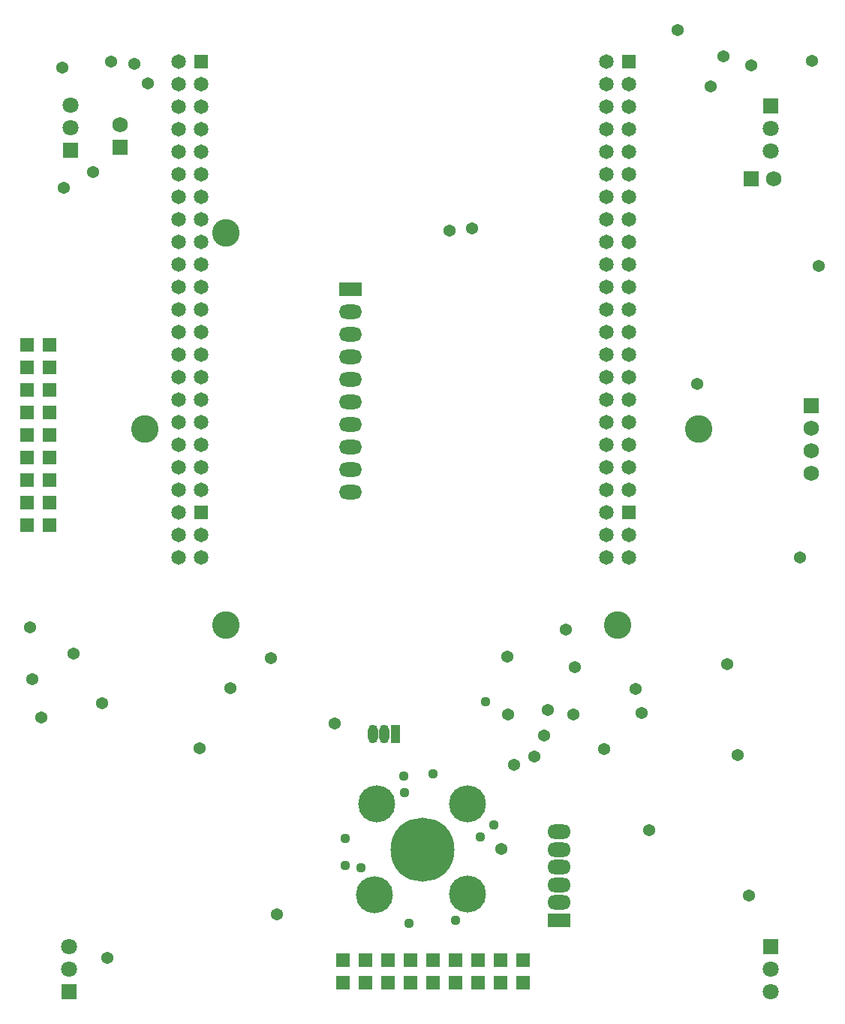
<source format=gbs>
%FSLAX25Y25*%
%MOIN*%
G70*
G01*
G75*
G04 Layer_Color=16711935*
%ADD10R,0.03740X0.03937*%
%ADD11P,0.04454X4X90.0*%
G04:AMPARAMS|DCode=12|XSize=37.4mil|YSize=39.37mil|CornerRadius=0mil|HoleSize=0mil|Usage=FLASHONLY|Rotation=315.000|XOffset=0mil|YOffset=0mil|HoleType=Round|Shape=Rectangle|*
%AMROTATEDRECTD12*
4,1,4,-0.02714,-0.00070,0.00070,0.02714,0.02714,0.00070,-0.00070,-0.02714,-0.02714,-0.00070,0.0*
%
%ADD12ROTATEDRECTD12*%

%ADD13R,0.04200X0.02500*%
G04:AMPARAMS|DCode=14|XSize=106.3mil|YSize=62.99mil|CornerRadius=0mil|HoleSize=0mil|Usage=FLASHONLY|Rotation=225.000|XOffset=0mil|YOffset=0mil|HoleType=Round|Shape=Rectangle|*
%AMROTATEDRECTD14*
4,1,4,0.01531,0.05985,0.05985,0.01531,-0.01531,-0.05985,-0.05985,-0.01531,0.01531,0.05985,0.0*
%
%ADD14ROTATEDRECTD14*%

G04:AMPARAMS|DCode=15|XSize=106.3mil|YSize=62.99mil|CornerRadius=0mil|HoleSize=0mil|Usage=FLASHONLY|Rotation=315.000|XOffset=0mil|YOffset=0mil|HoleType=Round|Shape=Rectangle|*
%AMROTATEDRECTD15*
4,1,4,-0.05985,0.01531,-0.01531,0.05985,0.05985,-0.01531,0.01531,-0.05985,-0.05985,0.01531,0.0*
%
%ADD15ROTATEDRECTD15*%

G04:AMPARAMS|DCode=16|XSize=15.75mil|YSize=33.47mil|CornerRadius=0mil|HoleSize=0mil|Usage=FLASHONLY|Rotation=135.000|XOffset=0mil|YOffset=0mil|HoleType=Round|Shape=Rectangle|*
%AMROTATEDRECTD16*
4,1,4,0.01740,0.00626,-0.00626,-0.01740,-0.01740,-0.00626,0.00626,0.01740,0.01740,0.00626,0.0*
%
%ADD16ROTATEDRECTD16*%

G04:AMPARAMS|DCode=17|XSize=15.75mil|YSize=33.47mil|CornerRadius=0mil|HoleSize=0mil|Usage=FLASHONLY|Rotation=225.000|XOffset=0mil|YOffset=0mil|HoleType=Round|Shape=Rectangle|*
%AMROTATEDRECTD17*
4,1,4,-0.00626,0.01740,0.01740,-0.00626,0.00626,-0.01740,-0.01740,0.00626,-0.00626,0.01740,0.0*
%
%ADD17ROTATEDRECTD17*%

%ADD18R,0.04331X0.02559*%
%ADD19R,0.03150X0.03150*%
%ADD20O,0.03937X0.09843*%
%ADD21O,0.09843X0.03937*%
%ADD22R,0.03937X0.09843*%
%ADD23R,0.03150X0.03150*%
%ADD24R,0.03937X0.03740*%
%ADD25R,0.03602X0.04803*%
%ADD26R,0.15000X0.11000*%
%ADD27R,0.01024X0.00630*%
%ADD28R,0.01024X0.02008*%
%ADD29C,0.02500*%
%ADD30C,0.01500*%
%ADD31C,0.02000*%
%ADD32C,0.07500*%
%ADD33C,0.04000*%
%ADD34C,0.03000*%
%ADD35C,0.05000*%
%ADD36C,0.01000*%
%ADD37C,0.10000*%
%ADD38C,0.11800*%
%ADD39R,0.06496X0.06496*%
%ADD40C,0.06496*%
%ADD41O,0.10000X0.06000*%
%ADD42R,0.10000X0.06000*%
%ADD43R,0.06693X0.06693*%
%ADD44C,0.06693*%
%ADD45R,0.06496X0.06496*%
%ADD46C,0.28000*%
%ADD47R,0.04000X0.07874*%
%ADD48O,0.04000X0.07874*%
%ADD49O,0.03937X0.07874*%
%ADD50O,0.09843X0.06000*%
%ADD51R,0.09843X0.06000*%
%ADD52C,0.16000*%
%ADD53R,0.06000X0.06000*%
%ADD54R,0.06000X0.06000*%
%ADD55C,0.04000*%
%ADD56C,0.05000*%
%ADD57C,0.11000*%
%ADD58C,0.08000*%
G04:AMPARAMS|DCode=59|XSize=100mil|YSize=100mil|CornerRadius=0mil|HoleSize=0mil|Usage=FLASHONLY|Rotation=0.000|XOffset=0mil|YOffset=0mil|HoleType=Round|Shape=Relief|Width=10mil|Gap=10mil|Entries=4|*
%AMTHD59*
7,0,0,0.10000,0.08000,0.01000,45*
%
%ADD59THD59*%
%ADD60C,0.07803*%
G04:AMPARAMS|DCode=61|XSize=98.031mil|YSize=98.031mil|CornerRadius=0mil|HoleSize=0mil|Usage=FLASHONLY|Rotation=0.000|XOffset=0mil|YOffset=0mil|HoleType=Round|Shape=Relief|Width=10mil|Gap=10mil|Entries=4|*
%AMTHD61*
7,0,0,0.09803,0.07803,0.01000,45*
%
%ADD61THD61*%
%ADD62C,0.08567*%
G04:AMPARAMS|DCode=63|XSize=105.669mil|YSize=105.669mil|CornerRadius=0mil|HoleSize=0mil|Usage=FLASHONLY|Rotation=0.000|XOffset=0mil|YOffset=0mil|HoleType=Round|Shape=Relief|Width=10mil|Gap=10mil|Entries=4|*
%AMTHD63*
7,0,0,0.10567,0.08567,0.01000,45*
%
%ADD63THD63*%
%ADD64C,0.07937*%
%ADD65C,0.09080*%
G04:AMPARAMS|DCode=66|XSize=85mil|YSize=85mil|CornerRadius=0mil|HoleSize=0mil|Usage=FLASHONLY|Rotation=0.000|XOffset=0mil|YOffset=0mil|HoleType=Round|Shape=Relief|Width=10mil|Gap=10mil|Entries=4|*
%AMTHD66*
7,0,0,0.08500,0.06500,0.01000,45*
%
%ADD66THD66*%
%ADD67C,0.06500*%
%ADD68C,0.07800*%
G04:AMPARAMS|DCode=69|XSize=98mil|YSize=98mil|CornerRadius=0mil|HoleSize=0mil|Usage=FLASHONLY|Rotation=0.000|XOffset=0mil|YOffset=0mil|HoleType=Round|Shape=Relief|Width=10mil|Gap=10mil|Entries=4|*
%AMTHD69*
7,0,0,0.09800,0.07800,0.01000,45*
%
%ADD69THD69*%
G04:AMPARAMS|DCode=70|XSize=99.37mil|YSize=99.37mil|CornerRadius=0mil|HoleSize=0mil|Usage=FLASHONLY|Rotation=0.000|XOffset=0mil|YOffset=0mil|HoleType=Round|Shape=Relief|Width=10mil|Gap=10mil|Entries=4|*
%AMTHD70*
7,0,0,0.09937,0.07937,0.01000,45*
%
%ADD70THD70*%
%ADD71C,0.05500*%
G04:AMPARAMS|DCode=72|XSize=75mil|YSize=75mil|CornerRadius=0mil|HoleSize=0mil|Usage=FLASHONLY|Rotation=0.000|XOffset=0mil|YOffset=0mil|HoleType=Round|Shape=Relief|Width=10mil|Gap=10mil|Entries=4|*
%AMTHD72*
7,0,0,0.07500,0.05500,0.01000,45*
%
%ADD72THD72*%
%ADD73C,0.06800*%
G04:AMPARAMS|DCode=74|XSize=88mil|YSize=88mil|CornerRadius=0mil|HoleSize=0mil|Usage=FLASHONLY|Rotation=0.000|XOffset=0mil|YOffset=0mil|HoleType=Round|Shape=Relief|Width=10mil|Gap=10mil|Entries=4|*
%AMTHD74*
7,0,0,0.08800,0.06800,0.01000,45*
%
%ADD74THD74*%
%ADD75C,0.00984*%
%ADD76C,0.01181*%
%ADD77C,0.00787*%
%ADD78C,0.00700*%
%ADD79C,0.00800*%
G04:AMPARAMS|DCode=80|XSize=19.69mil|YSize=62.99mil|CornerRadius=0mil|HoleSize=0mil|Usage=FLASHONLY|Rotation=45.000|XOffset=0mil|YOffset=0mil|HoleType=Round|Shape=Rectangle|*
%AMROTATEDRECTD80*
4,1,4,0.01531,-0.02923,-0.02923,0.01531,-0.01531,0.02923,0.02923,-0.01531,0.01531,-0.02923,0.0*
%
%ADD80ROTATEDRECTD80*%

%ADD81R,0.01000X0.11000*%
%ADD82R,0.10350X0.01000*%
%ADD83R,0.03000X0.01500*%
%ADD84R,0.01500X0.03000*%
%ADD85R,0.01968X0.06299*%
%ADD86R,0.06299X0.01969*%
%ADD87R,0.02000X0.09200*%
%ADD88R,0.24700X0.02000*%
%ADD89R,0.01969X0.06299*%
%ADD90R,0.06299X0.01968*%
%ADD91R,0.04140X0.04337*%
%ADD92P,0.05020X4X90.0*%
G04:AMPARAMS|DCode=93|XSize=41.4mil|YSize=43.37mil|CornerRadius=0mil|HoleSize=0mil|Usage=FLASHONLY|Rotation=315.000|XOffset=0mil|YOffset=0mil|HoleType=Round|Shape=Rectangle|*
%AMROTATEDRECTD93*
4,1,4,-0.02997,-0.00070,0.00070,0.02997,0.02997,0.00070,-0.00070,-0.02997,-0.02997,-0.00070,0.0*
%
%ADD93ROTATEDRECTD93*%

%ADD94R,0.04600X0.02900*%
G04:AMPARAMS|DCode=95|XSize=110.3mil|YSize=66.99mil|CornerRadius=0mil|HoleSize=0mil|Usage=FLASHONLY|Rotation=225.000|XOffset=0mil|YOffset=0mil|HoleType=Round|Shape=Rectangle|*
%AMROTATEDRECTD95*
4,1,4,0.01531,0.06268,0.06268,0.01531,-0.01531,-0.06268,-0.06268,-0.01531,0.01531,0.06268,0.0*
%
%ADD95ROTATEDRECTD95*%

G04:AMPARAMS|DCode=96|XSize=110.3mil|YSize=66.99mil|CornerRadius=0mil|HoleSize=0mil|Usage=FLASHONLY|Rotation=315.000|XOffset=0mil|YOffset=0mil|HoleType=Round|Shape=Rectangle|*
%AMROTATEDRECTD96*
4,1,4,-0.06268,0.01531,-0.01531,0.06268,0.06268,-0.01531,0.01531,-0.06268,-0.06268,0.01531,0.0*
%
%ADD96ROTATEDRECTD96*%

G04:AMPARAMS|DCode=97|XSize=19.75mil|YSize=37.47mil|CornerRadius=0mil|HoleSize=0mil|Usage=FLASHONLY|Rotation=135.000|XOffset=0mil|YOffset=0mil|HoleType=Round|Shape=Rectangle|*
%AMROTATEDRECTD97*
4,1,4,0.02023,0.00626,-0.00626,-0.02023,-0.02023,-0.00626,0.00626,0.02023,0.02023,0.00626,0.0*
%
%ADD97ROTATEDRECTD97*%

G04:AMPARAMS|DCode=98|XSize=19.75mil|YSize=37.47mil|CornerRadius=0mil|HoleSize=0mil|Usage=FLASHONLY|Rotation=225.000|XOffset=0mil|YOffset=0mil|HoleType=Round|Shape=Rectangle|*
%AMROTATEDRECTD98*
4,1,4,-0.00626,0.02023,0.02023,-0.00626,0.00626,-0.02023,-0.02023,0.00626,-0.00626,0.02023,0.0*
%
%ADD98ROTATEDRECTD98*%

%ADD99R,0.04731X0.02959*%
%ADD100R,0.03550X0.03550*%
%ADD101O,0.04337X0.10243*%
%ADD102O,0.10243X0.04337*%
%ADD103R,0.04337X0.10243*%
%ADD104R,0.03550X0.03550*%
%ADD105R,0.04337X0.04140*%
%ADD106R,0.04002X0.05203*%
%ADD107R,0.15400X0.11400*%
%ADD108R,0.01424X0.01030*%
%ADD109R,0.01424X0.02408*%
%ADD110C,0.12200*%
%ADD111O,0.10400X0.06400*%
%ADD112R,0.10400X0.06400*%
%ADD113R,0.07093X0.07093*%
%ADD114C,0.07093*%
%ADD115R,0.06896X0.06896*%
%ADD116C,0.06896*%
%ADD117R,0.06896X0.06896*%
%ADD118C,0.28400*%
%ADD119R,0.04400X0.08274*%
%ADD120O,0.04400X0.08274*%
%ADD121O,0.04337X0.08274*%
%ADD122O,0.10243X0.06400*%
%ADD123R,0.10243X0.06400*%
%ADD124C,0.16400*%
%ADD125R,0.06400X0.06400*%
%ADD126R,0.06400X0.06400*%
%ADD127C,0.04400*%
%ADD128C,0.05400*%
D39*
X280000Y-225000D02*
D03*
Y-25000D02*
D03*
X90000Y-225000D02*
D03*
Y-25000D02*
D03*
D40*
X270000Y-225000D02*
D03*
X280000Y-235000D02*
D03*
X270000D02*
D03*
X280000Y-245000D02*
D03*
X270000D02*
D03*
Y-215000D02*
D03*
X280000D02*
D03*
X270000Y-205000D02*
D03*
X280000D02*
D03*
X270000Y-195000D02*
D03*
X280000D02*
D03*
X270000Y-185000D02*
D03*
X280000D02*
D03*
X270000Y-175000D02*
D03*
X280000D02*
D03*
X270000Y-165000D02*
D03*
X280000D02*
D03*
X270000Y-155000D02*
D03*
X280000D02*
D03*
X270000Y-145000D02*
D03*
X280000D02*
D03*
X270000Y-135000D02*
D03*
X280000D02*
D03*
X270000Y-125000D02*
D03*
X280000D02*
D03*
X270000Y-85000D02*
D03*
X280000D02*
D03*
X270000Y-75000D02*
D03*
X280000D02*
D03*
X270000Y-65000D02*
D03*
X280000D02*
D03*
X270000Y-55000D02*
D03*
X280000D02*
D03*
X270000Y-45000D02*
D03*
X280000D02*
D03*
X270000Y-35000D02*
D03*
X280000D02*
D03*
X270000Y-25000D02*
D03*
X280000Y-95000D02*
D03*
X270000D02*
D03*
X280000Y-105000D02*
D03*
X270000D02*
D03*
X280000Y-115000D02*
D03*
X270000D02*
D03*
X80000Y-225000D02*
D03*
X90000Y-235000D02*
D03*
X80000D02*
D03*
X90000Y-245000D02*
D03*
X80000D02*
D03*
Y-215000D02*
D03*
X90000D02*
D03*
X80000Y-205000D02*
D03*
X90000D02*
D03*
X80000Y-195000D02*
D03*
X90000D02*
D03*
X80000Y-185000D02*
D03*
X90000D02*
D03*
X80000Y-175000D02*
D03*
X90000D02*
D03*
X80000Y-165000D02*
D03*
X90000D02*
D03*
X80000Y-155000D02*
D03*
X90000D02*
D03*
X80000Y-145000D02*
D03*
X90000D02*
D03*
X80000Y-135000D02*
D03*
X90000D02*
D03*
X80000Y-125000D02*
D03*
X90000D02*
D03*
X80000Y-85000D02*
D03*
X90000D02*
D03*
X80000Y-75000D02*
D03*
X90000D02*
D03*
X80000Y-65000D02*
D03*
X90000D02*
D03*
X80000Y-55000D02*
D03*
X90000D02*
D03*
X80000Y-45000D02*
D03*
X90000D02*
D03*
X80000Y-35000D02*
D03*
X90000D02*
D03*
X80000Y-25000D02*
D03*
X90000Y-95000D02*
D03*
X80000D02*
D03*
X90000Y-105000D02*
D03*
X80000D02*
D03*
X90000Y-115000D02*
D03*
X80000D02*
D03*
D110*
X275000Y-275000D02*
D03*
X311000Y-188000D02*
D03*
X101000Y-101000D02*
D03*
X65000Y-188000D02*
D03*
X101000Y-275000D02*
D03*
D111*
X249186Y-366531D02*
D03*
Y-374405D02*
D03*
Y-382279D02*
D03*
Y-390153D02*
D03*
Y-398027D02*
D03*
D112*
Y-405901D02*
D03*
D113*
X343000Y-44500D02*
D03*
Y-417500D02*
D03*
X31500Y-437500D02*
D03*
X32104Y-64319D02*
D03*
D114*
X343000Y-54500D02*
D03*
Y-64500D02*
D03*
Y-427500D02*
D03*
Y-437500D02*
D03*
X31500Y-427500D02*
D03*
Y-417500D02*
D03*
X32104Y-54318D02*
D03*
Y-44319D02*
D03*
D115*
X54000Y-63000D02*
D03*
X361000Y-177500D02*
D03*
D116*
X54000Y-53000D02*
D03*
X344268Y-76972D02*
D03*
X361000Y-187500D02*
D03*
Y-197500D02*
D03*
Y-207500D02*
D03*
D117*
X334268Y-76972D02*
D03*
D118*
X188500Y-374500D02*
D03*
D119*
X176321Y-323241D02*
D03*
D120*
X171320D02*
D03*
D121*
X166321D02*
D03*
D122*
X156299Y-215831D02*
D03*
Y-205831D02*
D03*
Y-195831D02*
D03*
Y-185831D02*
D03*
Y-175831D02*
D03*
Y-165831D02*
D03*
Y-155831D02*
D03*
Y-145831D02*
D03*
Y-135831D02*
D03*
D123*
Y-125831D02*
D03*
D124*
X168008Y-354287D02*
D03*
X208475Y-394367D02*
D03*
Y-354287D02*
D03*
X167233Y-394625D02*
D03*
D125*
X12889Y-230428D02*
D03*
X22889D02*
D03*
X12889Y-220428D02*
D03*
X22889D02*
D03*
X12889Y-210428D02*
D03*
X22889D02*
D03*
X12889Y-200428D02*
D03*
X22889D02*
D03*
X12889Y-190428D02*
D03*
X22889D02*
D03*
X12889Y-180428D02*
D03*
X22889D02*
D03*
X12889Y-170428D02*
D03*
X22889D02*
D03*
X12889Y-160428D02*
D03*
X22889D02*
D03*
X12889Y-150428D02*
D03*
X22889D02*
D03*
D126*
X233038Y-433565D02*
D03*
Y-423565D02*
D03*
X223038Y-433565D02*
D03*
Y-423565D02*
D03*
X213038Y-433565D02*
D03*
Y-423565D02*
D03*
X203038Y-433565D02*
D03*
Y-423565D02*
D03*
X193038Y-433565D02*
D03*
Y-423565D02*
D03*
X183038Y-433565D02*
D03*
Y-423565D02*
D03*
X173038Y-433565D02*
D03*
Y-423565D02*
D03*
X163038Y-433565D02*
D03*
Y-423565D02*
D03*
X153038Y-433565D02*
D03*
Y-423565D02*
D03*
D127*
X203190Y-405790D02*
D03*
X182390Y-407276D02*
D03*
X154162Y-381647D02*
D03*
X193161Y-340977D02*
D03*
X220090Y-363633D02*
D03*
X213974Y-368703D02*
D03*
X180138Y-341880D02*
D03*
X161102Y-382446D02*
D03*
X180488Y-349220D02*
D03*
X153976Y-369576D02*
D03*
X216500Y-309000D02*
D03*
D128*
X323882Y-292275D02*
D03*
X301872Y-10999D02*
D03*
X333494Y-394737D02*
D03*
X123750Y-403085D02*
D03*
X238230Y-333281D02*
D03*
X269095Y-329951D02*
D03*
X223280Y-374125D02*
D03*
X226500Y-314500D02*
D03*
X255500D02*
D03*
X285821Y-313875D02*
D03*
X244146Y-312404D02*
D03*
X149452Y-318606D02*
D03*
X283221Y-303128D02*
D03*
X121000Y-289500D02*
D03*
X289000Y-366000D02*
D03*
X48500Y-422500D02*
D03*
X226000Y-289000D02*
D03*
X252000Y-277000D02*
D03*
X328500Y-332500D02*
D03*
X356000Y-245000D02*
D03*
X364500Y-115500D02*
D03*
X310500Y-168000D02*
D03*
X322000Y-22500D02*
D03*
X334500Y-26500D02*
D03*
X361500Y-24500D02*
D03*
X50000Y-25000D02*
D03*
X28500Y-27500D02*
D03*
X66500Y-34500D02*
D03*
X60500Y-26000D02*
D03*
X316500Y-36000D02*
D03*
X210500Y-99000D02*
D03*
X200500Y-100000D02*
D03*
X46000Y-309500D02*
D03*
X19000Y-316000D02*
D03*
X15000Y-299000D02*
D03*
X89500Y-329500D02*
D03*
X14000Y-276000D02*
D03*
X33500Y-287500D02*
D03*
X103000Y-303000D02*
D03*
X29000Y-81000D02*
D03*
X42000Y-74000D02*
D03*
X229000Y-337000D02*
D03*
X256000Y-293500D02*
D03*
X242500Y-324000D02*
D03*
M02*

</source>
